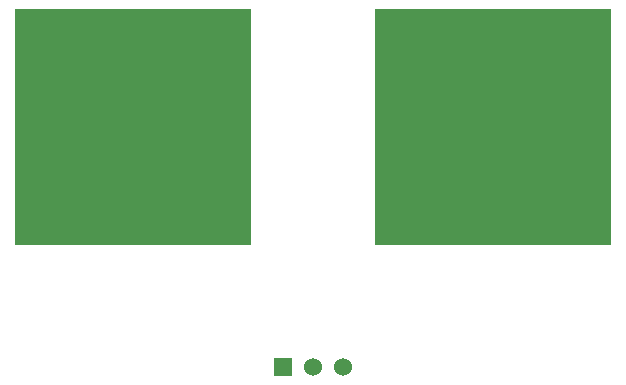
<source format=gbs>
G04 (created by PCBNEW (2013-07-07 BZR 4022)-stable) date Friday 29 November 2013 01:10:28 PM IST*
%MOIN*%
G04 Gerber Fmt 3.4, Leading zero omitted, Abs format*
%FSLAX34Y34*%
G01*
G70*
G90*
G04 APERTURE LIST*
%ADD10C,0.00590551*%
%ADD11R,0.06X0.06*%
%ADD12C,0.06*%
%ADD13R,0.787402X0.787402*%
G04 APERTURE END LIST*
G54D10*
G54D11*
X26000Y-30000D03*
G54D12*
X27000Y-30000D03*
X28000Y-30000D03*
G54D13*
X21000Y-22000D03*
X33000Y-22000D03*
M02*

</source>
